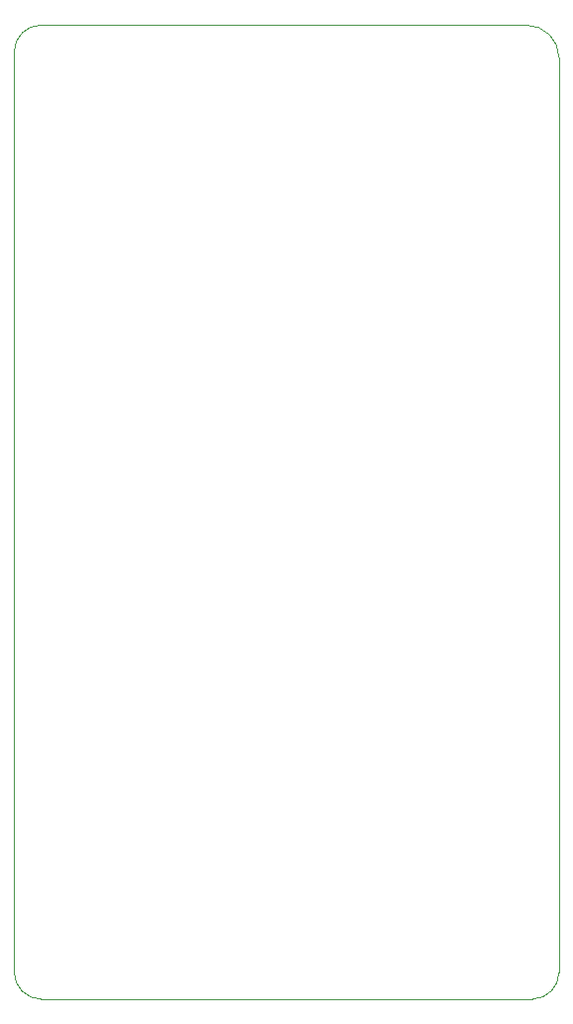
<source format=gbr>
%TF.GenerationSoftware,KiCad,Pcbnew,7.0.7*%
%TF.CreationDate,2024-05-10T07:30:14-05:00*%
%TF.ProjectId,WaterBlasterV2,57617465-7242-46c6-9173-74657256322e,rev?*%
%TF.SameCoordinates,Original*%
%TF.FileFunction,Profile,NP*%
%FSLAX46Y46*%
G04 Gerber Fmt 4.6, Leading zero omitted, Abs format (unit mm)*
G04 Created by KiCad (PCBNEW 7.0.7) date 2024-05-10 07:30:14*
%MOMM*%
%LPD*%
G01*
G04 APERTURE LIST*
%TA.AperFunction,Profile*%
%ADD10C,0.100000*%
%TD*%
G04 APERTURE END LIST*
D10*
X96393000Y-136017000D02*
X96393000Y-57404000D01*
X140716000Y-138303000D02*
X98679000Y-138303000D01*
X143002000Y-57912000D02*
X143002000Y-136017000D01*
X98679000Y-55118000D02*
X140208000Y-55118000D01*
X143002000Y-57912000D02*
G75*
G03*
X140208000Y-55118000I-2794000J0D01*
G01*
X98679000Y-55118000D02*
G75*
G03*
X96393000Y-57404000I0J-2286000D01*
G01*
X96393000Y-136017000D02*
G75*
G03*
X98679000Y-138303000I2286000J0D01*
G01*
X140716000Y-138303000D02*
G75*
G03*
X143002000Y-136017000I0J2286000D01*
G01*
M02*

</source>
